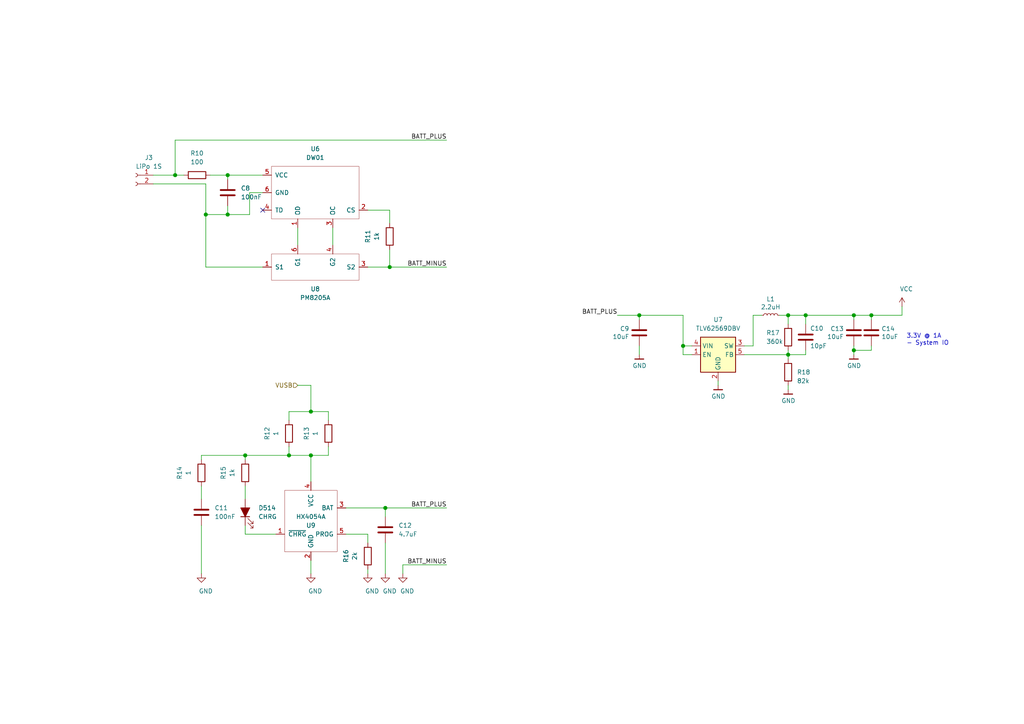
<source format=kicad_sch>
(kicad_sch (version 20200828) (generator eeschema)
  (page 20 20)
  (paper "A4")
  (title_block (title "1S LiPo charge and protection") (rev "1.0"))
  (lib_symbols
    (symbol "Connector:Conn_01x02_Female" (pin_names (offset 1.016) hide)
      (property "Reference" "J" (at 0 2.54 0))
      (property "Value" "Conn_01x02_Female" (at 0 -5.08 0))
      (symbol "Conn_01x02_Female_1_1"
        (arc (start 0 -2.032) (end 0 -3.048) (radius (at 0 -2.54) (length 0.508) (angles 90.1 -90.1)) (stroke (width 0.1524)))
        (arc (start 0 0.508) (end 0 -0.508) (radius (at 0 0) (length 0.508) (angles 90.1 -90.1)) (stroke (width 0.1524)))
        (polyline (pts (xy -1.27 -2.54) (xy -0.508 -2.54)) (stroke (width 0.1524)))
        (polyline (pts (xy -1.27 0) (xy -0.508 0)) (stroke (width 0.1524)))
        (pin passive line (at -5.08 0 0) (length 3.81) (name "Pin_1") (number "1"))
        (pin passive line (at -5.08 -2.54 0) (length 3.81) (name "Pin_2") (number "2"))
      )
    )
    (symbol "Device:C" (pin_numbers hide) (pin_names (offset 0.254))
      (property "Reference" "C" (at 0.635 2.54 0))
      (property "Value" "C" (at 0.635 -2.54 0))
      (symbol "C_0_1"
        (polyline (pts (xy -2.032 -0.762) (xy 2.032 -0.762)) (stroke (width 0.508)))
        (polyline (pts (xy -2.032 0.762) (xy 2.032 0.762)) (stroke (width 0.508)))
      )
      (symbol "C_1_1"
        (pin passive line (at 0 3.81 270) (length 2.794) (name "~") (number "1"))
        (pin passive line (at 0 -3.81 90) (length 2.794) (name "~") (number "2"))
      )
    )
    (symbol "Device:LED_ALT" (pin_numbers hide) (pin_names (offset 1.016) hide)
      (property "Reference" "D" (at 0 2.54 0))
      (property "Value" "LED_ALT" (at 0 -2.54 0))
      (symbol "LED_ALT_0_1"
        (polyline (pts (xy -1.27 -1.27) (xy -1.27 1.27)) (stroke (width 0.254)))
        (polyline (pts (xy -1.27 0) (xy 1.27 0)))
        (polyline (pts (xy 1.27 -1.27) (xy 1.27 1.27) (xy -1.27 0) (xy 1.27 -1.27)) (stroke (width 0.254)) (fill (type outline)))
        (polyline (pts (xy -3.048 -0.762) (xy -4.572 -2.286) (xy -3.81 -2.286) (xy -4.572 -2.286) (xy -4.572 -1.524)))
        (polyline (pts (xy -1.778 -0.762) (xy -3.302 -2.286) (xy -2.54 -2.286) (xy -3.302 -2.286) (xy -3.302 -1.524)))
      )
      (symbol "LED_ALT_1_1"
        (pin passive line (at -3.81 0 0) (length 2.54) (name "K") (number "1"))
        (pin passive line (at 3.81 0 180) (length 2.54) (name "A") (number "2"))
      )
    )
    (symbol "Device:L_Small" (pin_numbers hide) (pin_names (offset 0.254) hide)
      (property "Reference" "L" (at 0.762 1.016 0))
      (property "Value" "L_Small" (at 0.762 -1.016 0))
      (symbol "L_Small_0_1"
        (arc (start 0 -2.032) (end 0 -1.016) (radius (at 0 -1.524) (length 0.508) (angles -89.9 89.9)))
        (arc (start 0 -1.016) (end 0 0) (radius (at 0 -0.508) (length 0.508) (angles -89.9 89.9)))
        (arc (start 0 0) (end 0 1.016) (radius (at 0 0.508) (length 0.508) (angles -89.9 89.9)))
        (arc (start 0 1.016) (end 0 2.032) (radius (at 0 1.524) (length 0.508) (angles -89.9 89.9)))
      )
      (symbol "L_Small_1_1"
        (pin passive line (at 0 2.54 270) (length 0.508) (name "~") (number "1"))
        (pin passive line (at 0 -2.54 90) (length 0.508) (name "~") (number "2"))
      )
    )
    (symbol "Device:R" (pin_numbers hide) (pin_names (offset 0))
      (property "Reference" "R" (at 2.032 0 90))
      (property "Value" "R" (at 0 0 90))
      (symbol "R_0_1"
        (rectangle (start -1.016 -2.54) (end 1.016 2.54) (stroke (width 0.254)))
      )
      (symbol "R_1_1"
        (pin passive line (at 0 3.81 270) (length 1.27) (name "~") (number "1"))
        (pin passive line (at 0 -3.81 90) (length 1.27) (name "~") (number "2"))
      )
    )
    (symbol "Regulator_Switching:TLV62569DBV"
      (property "Reference" "U" (at -5.08 6.35 0))
      (property "Value" "TLV62569DBV" (at 0 6.35 0))
      (symbol "TLV62569DBV_0_1"
        (rectangle (start -5.08 5.08) (end 5.08 -5.08) (stroke (width 0.254)) (fill (type background)))
      )
      (symbol "TLV62569DBV_1_1"
        (pin input line (at -7.62 0 0) (length 2.54) (name "EN") (number "1"))
        (pin power_in line (at 0 -7.62 90) (length 2.54) (name "GND") (number "2"))
        (pin power_out line (at 7.62 2.54 180) (length 2.54) (name "SW") (number "3"))
        (pin power_in line (at -7.62 2.54 0) (length 2.54) (name "VIN") (number "4"))
        (pin input line (at 7.62 0 180) (length 2.54) (name "FB") (number "5"))
      )
    )
    (symbol "gkl_power:GND" (power) (pin_names (offset 0))
      (property "Value" "GND" (at 0 -2.54 0))
      (symbol "GND_0_1"
        (polyline (pts (xy 0 -1.27) (xy 0 0)))
        (polyline (pts (xy 1.27 -1.27) (xy -1.27 -1.27)) (stroke (width 0.3048)))
      )
      (symbol "GND_1_1"
        (pin power_in line (at 0 0 270) (length 0) hide (name "GND") (number "1"))
      )
    )
    (symbol "hx4054a:DW01" (pin_names (offset 1.016))
      (property "Reference" "U" (at 0 -1.27 0))
      (property "Value" "DW01" (at 0 1.27 0))
      (symbol "DW01_0_1"
        (rectangle (start -12.7 7.62) (end 12.7 -7.62) (stroke (width 0.0006)))
      )
      (symbol "DW01_1_1"
        (pin output line (at -5.08 -10.16 90) (length 2.54) (name "OD") (number "1"))
        (pin output line (at 5.08 -10.16 90) (length 2.54) (name "OC") (number "3"))
        (pin input line (at 15.24 -5.08 180) (length 2.54) (name "CS") (number "2"))
        (pin input line (at -15.24 -5.08 0) (length 2.54) (name "TD") (number "4"))
        (pin power_in line (at -15.24 5.08 0) (length 2.54) (name "VCC") (number "5"))
        (pin passive line (at -15.24 0 0) (length 2.54) (name "GND") (number "6"))
      )
    )
    (symbol "hx4054a:HX4054A" (pin_names (offset 1.016))
      (property "Reference" "U" (at 0 -1.27 0))
      (property "Value" "HX4054A" (at 0 1.27 0))
      (symbol "HX4054A_0_1"
        (rectangle (start -7.62 8.89) (end 7.62 -8.89) (stroke (width 0.0006)))
      )
      (symbol "HX4054A_1_1"
        (pin output line (at -10.16 -3.81 0) (length 2.54) (name "~CHRG") (number "1"))
        (pin passive line (at 0 -11.43 90) (length 2.54) (name "GND") (number "2"))
        (pin input line (at 10.16 -3.81 180) (length 2.54) (name "PROG") (number "5"))
        (pin output line (at 10.16 3.81 180) (length 2.54) (name "BAT") (number "3"))
        (pin power_in line (at 0 11.43 270) (length 2.54) (name "VCC") (number "4"))
      )
    )
    (symbol "pm8205a:PM8205A" (pin_names (offset 1.016))
      (property "Reference" "U" (at 0 1.27 0))
      (property "Value" "PM8205A" (at 0 -1.27 0))
      (symbol "PM8205A_0_1"
        (rectangle (start -12.7 3.81) (end 12.7 -3.81) (stroke (width 0.0006)))
      )
      (symbol "PM8205A_1_1"
        (pin bidirectional line (at -15.24 0 0) (length 2.54) (name "S1") (number "1"))
        (pin bidirectional line (at 15.24 0 180) (length 2.54) (name "S2") (number "3"))
        (pin input line (at 5.08 6.35 270) (length 2.54) (name "G2") (number "4"))
        (pin input line (at -5.08 6.35 270) (length 2.54) (name "G1") (number "6"))
      )
    )
    (symbol "power:GND" (power) (pin_names (offset 0))
      (property "Value" "GND" (at 0 -3.81 0))
      (symbol "GND_0_1"
        (polyline (pts (xy 0 0) (xy 0 -1.27) (xy 1.27 -1.27) (xy 0 -2.54) (xy -1.27 -1.27) (xy 0 -1.27)))
      )
      (symbol "GND_1_1"
        (pin power_in line (at 0 0 270) (length 0) hide (name "GND") (number "1"))
      )
    )
    (symbol "power:VCC" (power) (pin_names (offset 0))
      (property "Value" "VCC" (at 0 3.81 0))
      (symbol "VCC_0_1"
        (polyline (pts (xy -0.762 1.27) (xy 0 2.54)))
        (polyline (pts (xy 0 0) (xy 0 2.54)))
        (polyline (pts (xy 0 2.54) (xy 0.762 1.27)))
      )
      (symbol "VCC_1_1"
        (pin power_in line (at 0 0 90) (length 0) hide (name "VCC") (number "1"))
      )
    )
  )
  (junction (at 50.8 50.8) (diameter 1.016))
  (junction (at 59.69 62.23) (diameter 1.016))
  (junction (at 66.04 50.8) (diameter 1.016))
  (junction (at 66.04 62.23) (diameter 1.016))
  (junction (at 71.12 132.08) (diameter 1.016))
  (junction (at 83.82 132.08) (diameter 1.016))
  (junction (at 90.17 119.38) (diameter 1.016))
  (junction (at 90.17 132.08) (diameter 1.016))
  (junction (at 111.76 147.32) (diameter 1.016))
  (junction (at 113.03 77.47) (diameter 1.016))
  (junction (at 185.42 91.44) (diameter 1.016))
  (junction (at 198.12 100.33) (diameter 1.016))
  (junction (at 228.6 91.44) (diameter 1.016))
  (junction (at 228.6 102.87) (diameter 1.016))
  (junction (at 233.68 91.44) (diameter 1.016))
  (junction (at 247.65 91.44) (diameter 1.016))
  (junction (at 247.65 101.6) (diameter 1.016))
  (junction (at 252.73 91.44) (diameter 1.016))
  (no_connect (at 76.2 60.96))
  (wire (pts (xy 44.45 50.8) (xy 50.8 50.8)))
  (wire (pts (xy 44.45 53.34) (xy 59.69 53.34)))
  (wire (pts (xy 50.8 40.64) (xy 129.54 40.64)))
  (wire (pts (xy 50.8 50.8) (xy 50.8 40.64)))
  (wire (pts (xy 50.8 50.8) (xy 53.34 50.8)))
  (wire (pts (xy 58.42 132.08) (xy 58.42 133.35)))
  (wire (pts (xy 58.42 140.97) (xy 58.42 144.78)))
  (wire (pts (xy 58.42 152.4) (xy 58.42 166.37)))
  (wire (pts (xy 59.69 53.34) (xy 59.69 62.23)))
  (wire (pts (xy 59.69 62.23) (xy 66.04 62.23)))
  (wire (pts (xy 59.69 77.47) (xy 59.69 62.23)))
  (wire (pts (xy 60.96 50.8) (xy 66.04 50.8)))
  (wire (pts (xy 66.04 50.8) (xy 66.04 52.07)))
  (wire (pts (xy 66.04 50.8) (xy 76.2 50.8)))
  (wire (pts (xy 66.04 59.69) (xy 66.04 62.23)))
  (wire (pts (xy 66.04 62.23) (xy 72.39 62.23)))
  (wire (pts (xy 71.12 132.08) (xy 58.42 132.08)))
  (wire (pts (xy 71.12 132.08) (xy 71.12 133.35)))
  (wire (pts (xy 71.12 140.97) (xy 71.12 144.78)))
  (wire (pts (xy 71.12 154.94) (xy 71.12 152.4)))
  (wire (pts (xy 72.39 55.88) (xy 72.39 62.23)))
  (wire (pts (xy 76.2 55.88) (xy 72.39 55.88)))
  (wire (pts (xy 76.2 77.47) (xy 59.69 77.47)))
  (wire (pts (xy 80.01 154.94) (xy 71.12 154.94)))
  (wire (pts (xy 83.82 119.38) (xy 90.17 119.38)))
  (wire (pts (xy 83.82 121.92) (xy 83.82 119.38)))
  (wire (pts (xy 83.82 129.54) (xy 83.82 132.08)))
  (wire (pts (xy 83.82 132.08) (xy 71.12 132.08)))
  (wire (pts (xy 86.36 66.04) (xy 86.36 71.12)))
  (wire (pts (xy 86.36 111.76) (xy 90.17 111.76)))
  (wire (pts (xy 90.17 111.76) (xy 90.17 119.38)))
  (wire (pts (xy 90.17 119.38) (xy 95.25 119.38)))
  (wire (pts (xy 90.17 132.08) (xy 83.82 132.08)))
  (wire (pts (xy 90.17 132.08) (xy 95.25 132.08)))
  (wire (pts (xy 90.17 139.7) (xy 90.17 132.08)))
  (wire (pts (xy 90.17 162.56) (xy 90.17 166.37)))
  (wire (pts (xy 95.25 119.38) (xy 95.25 121.92)))
  (wire (pts (xy 95.25 132.08) (xy 95.25 129.54)))
  (wire (pts (xy 96.52 66.04) (xy 96.52 71.12)))
  (wire (pts (xy 100.33 147.32) (xy 111.76 147.32)))
  (wire (pts (xy 100.33 154.94) (xy 106.68 154.94)))
  (wire (pts (xy 106.68 60.96) (xy 113.03 60.96)))
  (wire (pts (xy 106.68 77.47) (xy 113.03 77.47)))
  (wire (pts (xy 106.68 157.48) (xy 106.68 154.94)))
  (wire (pts (xy 106.68 165.1) (xy 106.68 166.37)))
  (wire (pts (xy 111.76 147.32) (xy 111.76 149.86)))
  (wire (pts (xy 111.76 147.32) (xy 129.54 147.32)))
  (wire (pts (xy 111.76 157.48) (xy 111.76 166.37)))
  (wire (pts (xy 113.03 64.77) (xy 113.03 60.96)))
  (wire (pts (xy 113.03 72.39) (xy 113.03 77.47)))
  (wire (pts (xy 113.03 77.47) (xy 129.54 77.47)))
  (wire (pts (xy 116.84 163.83) (xy 129.54 163.83)))
  (wire (pts (xy 116.84 166.37) (xy 116.84 163.83)))
  (wire (pts (xy 185.42 91.44) (xy 179.07 91.44)))
  (wire (pts (xy 185.42 91.44) (xy 198.12 91.44)))
  (wire (pts (xy 185.42 92.71) (xy 185.42 91.44)))
  (wire (pts (xy 185.42 100.33) (xy 185.42 102.87)))
  (wire (pts (xy 198.12 100.33) (xy 198.12 91.44)))
  (wire (pts (xy 198.12 100.33) (xy 198.12 102.87)))
  (wire (pts (xy 198.12 102.87) (xy 200.66 102.87)))
  (wire (pts (xy 200.66 100.33) (xy 198.12 100.33)))
  (wire (pts (xy 208.28 110.49) (xy 208.28 111.76)))
  (wire (pts (xy 215.9 100.33) (xy 218.44 100.33)))
  (wire (pts (xy 215.9 102.87) (xy 228.6 102.87)))
  (wire (pts (xy 218.44 100.33) (xy 218.44 91.44)))
  (wire (pts (xy 220.98 91.44) (xy 218.44 91.44)))
  (wire (pts (xy 226.06 91.44) (xy 228.6 91.44)))
  (wire (pts (xy 228.6 91.44) (xy 233.68 91.44)))
  (wire (pts (xy 228.6 93.98) (xy 228.6 91.44)))
  (wire (pts (xy 228.6 101.6) (xy 228.6 102.87)))
  (wire (pts (xy 228.6 102.87) (xy 228.6 104.14)))
  (wire (pts (xy 228.6 102.87) (xy 233.68 102.87)))
  (wire (pts (xy 228.6 111.76) (xy 228.6 113.03)))
  (wire (pts (xy 233.68 91.44) (xy 247.65 91.44)))
  (wire (pts (xy 233.68 93.98) (xy 233.68 91.44)))
  (wire (pts (xy 233.68 102.87) (xy 233.68 101.6)))
  (wire (pts (xy 247.65 91.44) (xy 252.73 91.44)))
  (wire (pts (xy 247.65 92.71) (xy 247.65 91.44)))
  (wire (pts (xy 247.65 100.33) (xy 247.65 101.6)))
  (wire (pts (xy 247.65 101.6) (xy 247.65 102.87)))
  (wire (pts (xy 252.73 91.44) (xy 261.62 91.44)))
  (wire (pts (xy 252.73 92.71) (xy 252.73 91.44)))
  (wire (pts (xy 252.73 100.33) (xy 252.73 101.6)))
  (wire (pts (xy 252.73 101.6) (xy 247.65 101.6)))
  (wire (pts (xy 261.62 91.44) (xy 261.62 88.9)))
  (text "3.3V @ 1A\n- System IO\n" (at 262.89 100.33 0) (effects (font (size 1.27 1.27)) (justify left bottom)))
  (label "BATT_PLUS" (at 129.54 40.64 180))
  (label "BATT_MINUS" (at 129.54 77.47 180))
  (label "BATT_PLUS" (at 129.54 147.32 180))
  (label "BATT_MINUS" (at 129.54 163.83 180))
  (label "BATT_PLUS" (at 179.07 91.44 180))
  (hierarchical_label "VUSB" (shape input) (at 86.36 111.76 180))
  (symbol (lib_id "Device:L_Small") (at 223.52 91.44 90) (unit 1)
    (property "Reference" "L1" (at 223.52 86.741 90))
    (property "Value" "2.2uH" (at 223.52 89.0524 90))
    (property "Footprint" "Inductor_SMD:L_0805_2012Metric" (effects hide))
    (property "Mfg" "Sunltech Tech" (effects hide))
    (property "PN" "SLM20122R2MIT" (effects hide))
  )
  (symbol (lib_id "gkl_power:GND") (at 185.42 102.87 0) (unit 1)
    (property "Reference" "#PWR0110" (effects hide))
    (property "Value" "GND" (at 185.4962 106.0704 0))
  )
  (symbol (lib_id "gkl_power:GND") (at 208.28 111.76 0) (unit 1)
    (property "Reference" "#PWR0109" (effects hide))
    (property "Value" "GND" (at 208.3562 114.9604 0))
  )
  (symbol (lib_id "gkl_power:GND") (at 228.6 113.03 0) (unit 1)
    (property "Reference" "#PWR0108" (effects hide))
    (property "Value" "GND" (at 228.6762 116.2304 0))
  )
  (symbol (lib_id "gkl_power:GND") (at 247.65 102.87 0) (unit 1)
    (property "Reference" "#PWR0111" (effects hide))
    (property "Value" "GND" (at 247.7262 106.0704 0))
  )
  (symbol (lib_id "power:VCC") (at 261.62 88.9 0) (unit 1)
    (property "Reference" "#PWR046" (effects hide))
    (property "Value" "VCC" (at 262.89 83.82 0))
  )
  (symbol (lib_id "power:GND") (at 58.42 166.37 0) (unit 1)
    (property "Reference" "#PWR050" (effects hide))
    (property "Value" "GND" (at 59.69 171.45 0))
  )
  (symbol (lib_id "power:GND") (at 90.17 166.37 0) (unit 1)
    (property "Reference" "#PWR051" (effects hide))
    (property "Value" "GND" (at 91.44 171.45 0))
  )
  (symbol (lib_id "power:GND") (at 106.68 166.37 0) (unit 1)
    (property "Reference" "#PWR052" (effects hide))
    (property "Value" "GND" (at 107.95 171.45 0))
  )
  (symbol (lib_id "power:GND") (at 111.76 166.37 0) (unit 1)
    (property "Reference" "#PWR053" (effects hide))
    (property "Value" "GND" (at 113.03 171.45 0))
  )
  (symbol (lib_id "power:GND") (at 116.84 166.37 0) (unit 1)
    (property "Reference" "#PWR054" (effects hide))
    (property "Value" "GND" (at 118.11 171.45 0))
  )
  (symbol (lib_id "Device:R") (at 57.15 50.8 90) (unit 1)
    (property "Reference" "R10" (at 57.15 44.45 90))
    (property "Value" "100" (at 57.15 46.99 90))
    (property "Footprint" "Resistor_SMD:R_0603_1608Metric" (effects hide))
    (property "Mfg" "UNI-ROYAL(Uniroyal Elec)" (effects hide))
    (property "PN" "0603WAF1000T5E" (effects hide))
  )
  (symbol (lib_id "Device:R") (at 58.42 137.16 180) (unit 1)
    (property "Reference" "R14" (at 52.07 137.16 90))
    (property "Value" "1" (at 54.61 137.16 90))
    (property "Footprint" "Resistor_SMD:R_0603_1608Metric" (effects hide))
    (property "Mfg" "UNI-ROYAL(Uniroyal Elec)" (effects hide))
    (property "PN" "0603WAF0000T5E" (effects hide))
  )
  (symbol (lib_id "Device:R") (at 71.12 137.16 180) (unit 1)
    (property "Reference" "R15" (at 64.77 137.16 90))
    (property "Value" "1k" (at 67.31 137.16 90))
    (property "Footprint" "Resistor_SMD:R_0603_1608Metric" (effects hide))
    (property "Mfg" "UNI-ROYAL(Uniroyal Elec)" (effects hide))
    (property "PN" "0603WAF1001T5E" (effects hide))
  )
  (symbol (lib_id "Device:R") (at 83.82 125.73 180) (unit 1)
    (property "Reference" "R12" (at 77.47 125.73 90))
    (property "Value" "1" (at 80.01 125.73 90))
    (property "Footprint" "Resistor_SMD:R_0603_1608Metric" (effects hide))
    (property "Mfg" "UNI-ROYAL(Uniroyal Elec)" (effects hide))
    (property "PN" "0603WAF0000T5E" (effects hide))
  )
  (symbol (lib_id "Device:R") (at 95.25 125.73 180) (unit 1)
    (property "Reference" "R13" (at 88.9 125.73 90))
    (property "Value" "1" (at 91.44 125.73 90))
    (property "Footprint" "Resistor_SMD:R_0603_1608Metric" (effects hide))
    (property "Mfg" "UNI-ROYAL(Uniroyal Elec)" (effects hide))
    (property "PN" "0603WAF0000T5E" (effects hide))
  )
  (symbol (lib_id "Device:R") (at 106.68 161.29 180) (unit 1)
    (property "Reference" "R16" (at 100.33 161.29 90))
    (property "Value" "2k" (at 102.87 161.29 90))
    (property "Footprint" "Resistor_SMD:R_0603_1608Metric" (effects hide))
    (property "Mfg" "UNI-ROYAL(Uniroyal Elec)" (effects hide))
    (property "PN" "0603WAF2001T5E" (effects hide))
  )
  (symbol (lib_id "Device:R") (at 113.03 68.58 180) (unit 1)
    (property "Reference" "R11" (at 106.68 68.58 90))
    (property "Value" "1k" (at 109.22 68.58 90))
    (property "Footprint" "Resistor_SMD:R_0603_1608Metric" (effects hide))
    (property "Mfg" "UNI-ROYAL(Uniroyal Elec)" (effects hide))
    (property "PN" "0603WAF1001T5E" (effects hide))
  )
  (symbol (lib_id "Device:R") (at 228.6 97.79 180) (unit 1)
    (property "Reference" "R17" (at 222.25 96.52 0) (effects (justify right)))
    (property "Value" "360k" (at 222.25 99.06 0) (effects (justify right)))
    (property "Footprint" "Resistor_SMD:R_0603_1608Metric" (effects hide))
    (property "Mfg" "UNI-ROYAL(Uniroyal Elec)" (effects hide))
    (property "PN" "0603WAF3603T5E" (effects hide))
  )
  (symbol (lib_id "Device:R") (at 228.6 107.95 0) (unit 1)
    (property "Reference" "R18" (at 231.14 107.95 0) (effects (justify left)))
    (property "Value" "82k" (at 231.14 110.49 0) (effects (justify left)))
    (property "Footprint" "Resistor_SMD:R_0603_1608Metric" (effects hide))
    (property "Mfg" "UNI-ROYAL(Uniroyal Elec)" (effects hide))
    (property "PN" "0603WAF8202T5E" (effects hide))
  )
  (symbol (lib_id "Connector:Conn_01x02_Female") (at 39.37 50.8 0) (mirror y) (unit 1)
    (property "Reference" "J3" (at 43.18 45.72 0))
    (property "Value" "LiPo 1S" (at 43.18 48.26 0))
    (property "Footprint" "Connectors:PH2.0-SMD-Horizontal" (effects hide))
    (property "Mfg" "JST Sales America" (effects hide))
    (property "PN" "S2B-PH-SM4-TB(LF)(SN)" (effects hide))
  )
  (symbol (lib_id "Device:LED_ALT") (at 71.12 148.59 90) (unit 1)
    (property "Reference" "D514" (at 74.93 147.32 90) (effects (justify right)))
    (property "Value" "CHRG" (at 74.93 149.86 90) (effects (justify right)))
    (property "Footprint" "LED_SMD:LED_0603_1608Metric" (effects hide))
    (property "Mfg" "Foshan NationStar Optoelectronics" (effects hide))
    (property "PN" "NCD0603Y1" (effects hide))
  )
  (symbol (lib_id "Device:C") (at 58.42 148.59 0) (unit 1)
    (property "Reference" "C11" (at 62.23 147.32 0) (effects (justify left)))
    (property "Value" "100nF" (at 62.23 149.86 0) (effects (justify left)))
    (property "Footprint" "Capacitor_SMD:C_0603_1608Metric" (effects hide))
    (property "Mfg" "Samsung Electro-Mechanics" (effects hide))
    (property "PN" "CL10B104KB8NNNC" (effects hide))
  )
  (symbol (lib_id "Device:C") (at 66.04 55.88 0) (unit 1)
    (property "Reference" "C8" (at 69.85 54.61 0) (effects (justify left)))
    (property "Value" "100nF" (at 69.85 57.15 0) (effects (justify left)))
    (property "Footprint" "Capacitor_SMD:C_0603_1608Metric" (effects hide))
    (property "Mfg" "Samsung Electro-Mechanics" (effects hide))
    (property "PN" "CL10B104KB8NNNC" (effects hide))
  )
  (symbol (lib_id "Device:C") (at 111.76 153.67 0) (unit 1)
    (property "Reference" "C12" (at 115.57 152.4 0) (effects (justify left)))
    (property "Value" "4.7uF" (at 115.57 154.94 0) (effects (justify left)))
    (property "Footprint" "Capacitor_SMD:C_0603_1608Metric" (effects hide))
    (property "Mfg" "Samsung Electro-Mechanics" (effects hide))
    (property "PN" "CL10A475KO8NNNC" (effects hide))
  )
  (symbol (lib_id "Device:C") (at 185.42 96.52 0) (mirror x) (unit 1)
    (property "Reference" "C9" (at 182.5244 95.3516 0) (effects (justify right)))
    (property "Value" "10uF" (at 182.5244 97.663 0) (effects (justify right)))
    (property "Footprint" "Capacitor_SMD:C_0603_1608Metric" (effects hide))
    (property "Mfg" "Samsung Electro-Mechanics" (effects hide))
    (property "PN" "CL10A106MO8NQNC" (effects hide))
  )
  (symbol (lib_id "Device:C") (at 233.68 97.79 180) (unit 1)
    (property "Reference" "C10" (at 234.95 95.25 0) (effects (justify right)))
    (property "Value" "10pF" (at 234.95 100.33 0) (effects (justify right)))
    (property "Footprint" "Capacitor_SMD:C_0603_1608Metric" (effects hide))
    (property "Mfg" "Samsung Electro-Mechanics" (effects hide))
    (property "PN" "CL10C100JB81PNC" (effects hide))
  )
  (symbol (lib_id "Device:C") (at 247.65 96.52 0) (mirror x) (unit 1)
    (property "Reference" "C13" (at 244.7544 95.3516 0) (effects (justify right)))
    (property "Value" "10uF" (at 244.7544 97.663 0) (effects (justify right)))
    (property "Footprint" "Capacitor_SMD:C_0603_1608Metric" (effects hide))
    (property "Mfg" "Samsung Electro-Mechanics" (effects hide))
    (property "PN" "CL10A106MO8NQNC" (effects hide))
  )
  (symbol (lib_id "Device:C") (at 252.73 96.52 180) (unit 1)
    (property "Reference" "C14" (at 255.651 95.3516 0) (effects (justify right)))
    (property "Value" "10uF" (at 255.651 97.663 0) (effects (justify right)))
    (property "Footprint" "Capacitor_SMD:C_0603_1608Metric" (effects hide))
    (property "Mfg" "Samsung Electro-Mechanics" (effects hide))
    (property "PN" "CL10A106MO8NQNC" (effects hide))
  )
  (symbol (lib_id "Regulator_Switching:TLV62569DBV") (at 208.28 102.87 0) (unit 1)
    (property "Reference" "U7" (at 208.28 92.71 0))
    (property "Value" "TLV62569DBV" (at 208.28 95.25 0))
    (property "Footprint" "Package_TO_SOT_SMD:SOT-23-5" (effects hide))
    (property "Datasheet" "http://www.ti.com/lit/ds/symlink/tlv62569.pdf" (effects hide))
    (property "Mfg" "Texas Instruments" (effects hide))
    (property "PN" "TLV62569DBVR" (effects hide))
  )
  (symbol (lib_id "pm8205a:PM8205A") (at 91.44 77.47 0) (unit 1)
    (property "Reference" "U8" (at 91.44 83.82 0))
    (property "Value" "PM8205A" (at 91.44 86.36 0))
    (property "Footprint" "Package_TO_SOT_SMD:SOT-23-6" (effects hide))
    (property "Mfg" "PN SILICON" (effects hide))
    (property "PN" "PM8205A" (effects hide))
  )
  (symbol (lib_id "hx4054a:HX4054A") (at 90.17 151.13 0) (unit 1)
    (property "Reference" "U9" (at 90.17 152.4 0))
    (property "Value" "HX4054A" (at 90.17 149.86 0))
    (property "Footprint" "Package_TO_SOT_SMD:SOT-23-5" (effects hide))
    (property "Mfg" "HX(hengjiaxing)" (effects hide))
    (property "PN" "HX4054A" (effects hide))
  )
  (symbol (lib_id "hx4054a:DW01") (at 91.44 55.88 0) (unit 1)
    (property "Reference" "U6" (at 91.44 43.18 0))
    (property "Value" "DW01" (at 91.44 45.72 0))
    (property "Footprint" "Package_TO_SOT_SMD:SOT-23-6" (effects hide))
    (property "Mfg" "Guangdong Hottech" (effects hide))
    (property "PN" "DW01" (effects hide))
  )
)
</source>
